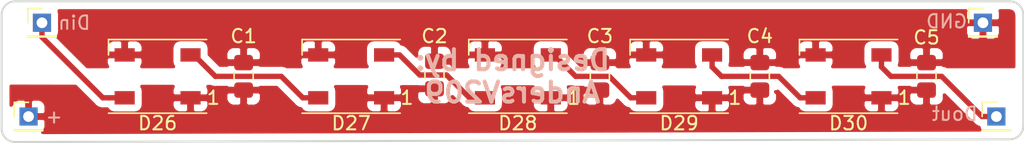
<source format=kicad_pcb>
(kicad_pcb (version 20171130) (host pcbnew "(5.0.0)")

  (general
    (thickness 1.6)
    (drawings 9)
    (tracks 29)
    (zones 0)
    (modules 14)
    (nets 9)
  )

  (page A4)
  (layers
    (0 F.Cu signal)
    (31 B.Cu signal)
    (32 B.Adhes user)
    (33 F.Adhes user)
    (34 B.Paste user)
    (35 F.Paste user)
    (36 B.SilkS user)
    (37 F.SilkS user)
    (38 B.Mask user)
    (39 F.Mask user)
    (40 Dwgs.User user)
    (41 Cmts.User user)
    (42 Eco1.User user)
    (43 Eco2.User user)
    (44 Edge.Cuts user)
    (45 Margin user)
    (46 B.CrtYd user)
    (47 F.CrtYd user)
    (48 B.Fab user hide)
    (49 F.Fab user hide)
  )

  (setup
    (last_trace_width 0.25)
    (user_trace_width 0.2)
    (user_trace_width 0.4)
    (trace_clearance 0.2)
    (zone_clearance 0.508)
    (zone_45_only no)
    (trace_min 0.2)
    (segment_width 0.2)
    (edge_width 0.15)
    (via_size 0.8)
    (via_drill 0.4)
    (via_min_size 0.4)
    (via_min_drill 0.3)
    (uvia_size 0.3)
    (uvia_drill 0.1)
    (uvias_allowed no)
    (uvia_min_size 0.2)
    (uvia_min_drill 0.1)
    (pcb_text_width 0.3)
    (pcb_text_size 1.5 1.5)
    (mod_edge_width 0.15)
    (mod_text_size 1 1)
    (mod_text_width 0.15)
    (pad_size 1.524 1.524)
    (pad_drill 0.762)
    (pad_to_mask_clearance 0.2)
    (aux_axis_origin 112 90)
    (visible_elements 7FFFFFFF)
    (pcbplotparams
      (layerselection 0x010fc_ffffffff)
      (usegerberextensions false)
      (usegerberattributes false)
      (usegerberadvancedattributes false)
      (creategerberjobfile false)
      (excludeedgelayer true)
      (linewidth 0.100000)
      (plotframeref false)
      (viasonmask false)
      (mode 1)
      (useauxorigin true)
      (hpglpennumber 1)
      (hpglpenspeed 20)
      (hpglpendiameter 15.000000)
      (psnegative false)
      (psa4output false)
      (plotreference true)
      (plotvalue true)
      (plotinvisibletext false)
      (padsonsilk false)
      (subtractmaskfromsilk false)
      (outputformat 1)
      (mirror false)
      (drillshape 0)
      (scaleselection 1)
      (outputdirectory "gerber/"))
  )

  (net 0 "")
  (net 1 +BATT)
  (net 2 GND)
  (net 3 "Net-(D26-Pad2)")
  (net 4 "Net-(D26-Pad4)")
  (net 5 "Net-(D27-Pad2)")
  (net 6 "Net-(D28-Pad2)")
  (net 7 "Net-(D29-Pad2)")
  (net 8 "Net-(D30-Pad2)")

  (net_class Default "This is the default net class."
    (clearance 0.2)
    (trace_width 0.25)
    (via_dia 0.8)
    (via_drill 0.4)
    (uvia_dia 0.3)
    (uvia_drill 0.1)
    (add_net +BATT)
    (add_net GND)
    (add_net "Net-(D26-Pad2)")
    (add_net "Net-(D26-Pad4)")
    (add_net "Net-(D27-Pad2)")
    (add_net "Net-(D28-Pad2)")
    (add_net "Net-(D29-Pad2)")
    (add_net "Net-(D30-Pad2)")
  )

  (module Capacitor_SMD:C_0805_2012Metric_Pad1.15x1.40mm_HandSolder (layer F.Cu) (tedit 5B36C52B) (tstamp 5B93ADF8)
    (at 130 85 90)
    (descr "Capacitor SMD 0805 (2012 Metric), square (rectangular) end terminal, IPC_7351 nominal with elongated pad for handsoldering. (Body size source: https://docs.google.com/spreadsheets/d/1BsfQQcO9C6DZCsRaXUlFlo91Tg2WpOkGARC1WS5S8t0/edit?usp=sharing), generated with kicad-footprint-generator")
    (tags "capacitor handsolder")
    (path /5B93ABCA)
    (attr smd)
    (fp_text reference C1 (at 3 0 180) (layer F.SilkS)
      (effects (font (size 1 1) (thickness 0.15)))
    )
    (fp_text value C (at 0 1.65 90) (layer F.Fab)
      (effects (font (size 1 1) (thickness 0.15)))
    )
    (fp_line (start -1 0.6) (end -1 -0.6) (layer F.Fab) (width 0.1))
    (fp_line (start -1 -0.6) (end 1 -0.6) (layer F.Fab) (width 0.1))
    (fp_line (start 1 -0.6) (end 1 0.6) (layer F.Fab) (width 0.1))
    (fp_line (start 1 0.6) (end -1 0.6) (layer F.Fab) (width 0.1))
    (fp_line (start -0.261252 -0.71) (end 0.261252 -0.71) (layer F.SilkS) (width 0.12))
    (fp_line (start -0.261252 0.71) (end 0.261252 0.71) (layer F.SilkS) (width 0.12))
    (fp_line (start -1.85 0.95) (end -1.85 -0.95) (layer F.CrtYd) (width 0.05))
    (fp_line (start -1.85 -0.95) (end 1.85 -0.95) (layer F.CrtYd) (width 0.05))
    (fp_line (start 1.85 -0.95) (end 1.85 0.95) (layer F.CrtYd) (width 0.05))
    (fp_line (start 1.85 0.95) (end -1.85 0.95) (layer F.CrtYd) (width 0.05))
    (fp_text user %R (at 0 0 90) (layer F.Fab)
      (effects (font (size 0.5 0.5) (thickness 0.08)))
    )
    (pad 1 smd roundrect (at -1.025 0 90) (size 1.15 1.4) (layers F.Cu F.Paste F.Mask) (roundrect_rratio 0.217391)
      (net 1 +BATT))
    (pad 2 smd roundrect (at 1.025 0 90) (size 1.15 1.4) (layers F.Cu F.Paste F.Mask) (roundrect_rratio 0.217391)
      (net 2 GND))
    (model ${KISYS3DMOD}/Capacitor_SMD.3dshapes/C_0805_2012Metric.wrl
      (at (xyz 0 0 0))
      (scale (xyz 1 1 1))
      (rotate (xyz 0 0 0))
    )
  )

  (module Capacitor_SMD:C_0805_2012Metric_Pad1.15x1.40mm_HandSolder (layer F.Cu) (tedit 5B36C52B) (tstamp 5B93B74A)
    (at 144.2 84.9 90)
    (descr "Capacitor SMD 0805 (2012 Metric), square (rectangular) end terminal, IPC_7351 nominal with elongated pad for handsoldering. (Body size source: https://docs.google.com/spreadsheets/d/1BsfQQcO9C6DZCsRaXUlFlo91Tg2WpOkGARC1WS5S8t0/edit?usp=sharing), generated with kicad-footprint-generator")
    (tags "capacitor handsolder")
    (path /5B93AC0A)
    (attr smd)
    (fp_text reference C2 (at 2.9 0 180) (layer F.SilkS)
      (effects (font (size 1 1) (thickness 0.15)))
    )
    (fp_text value C (at 0 1.65 90) (layer F.Fab)
      (effects (font (size 1 1) (thickness 0.15)))
    )
    (fp_text user %R (at 0 0 90) (layer F.Fab)
      (effects (font (size 0.5 0.5) (thickness 0.08)))
    )
    (fp_line (start 1.85 0.95) (end -1.85 0.95) (layer F.CrtYd) (width 0.05))
    (fp_line (start 1.85 -0.95) (end 1.85 0.95) (layer F.CrtYd) (width 0.05))
    (fp_line (start -1.85 -0.95) (end 1.85 -0.95) (layer F.CrtYd) (width 0.05))
    (fp_line (start -1.85 0.95) (end -1.85 -0.95) (layer F.CrtYd) (width 0.05))
    (fp_line (start -0.261252 0.71) (end 0.261252 0.71) (layer F.SilkS) (width 0.12))
    (fp_line (start -0.261252 -0.71) (end 0.261252 -0.71) (layer F.SilkS) (width 0.12))
    (fp_line (start 1 0.6) (end -1 0.6) (layer F.Fab) (width 0.1))
    (fp_line (start 1 -0.6) (end 1 0.6) (layer F.Fab) (width 0.1))
    (fp_line (start -1 -0.6) (end 1 -0.6) (layer F.Fab) (width 0.1))
    (fp_line (start -1 0.6) (end -1 -0.6) (layer F.Fab) (width 0.1))
    (pad 2 smd roundrect (at 1.025 0 90) (size 1.15 1.4) (layers F.Cu F.Paste F.Mask) (roundrect_rratio 0.217391)
      (net 2 GND))
    (pad 1 smd roundrect (at -1.025 0 90) (size 1.15 1.4) (layers F.Cu F.Paste F.Mask) (roundrect_rratio 0.217391)
      (net 1 +BATT))
    (model ${KISYS3DMOD}/Capacitor_SMD.3dshapes/C_0805_2012Metric.wrl
      (at (xyz 0 0 0))
      (scale (xyz 1 1 1))
      (rotate (xyz 0 0 0))
    )
  )

  (module Capacitor_SMD:C_0805_2012Metric_Pad1.15x1.40mm_HandSolder (layer F.Cu) (tedit 5B36C52B) (tstamp 5B93AEF3)
    (at 156.5 85 90)
    (descr "Capacitor SMD 0805 (2012 Metric), square (rectangular) end terminal, IPC_7351 nominal with elongated pad for handsoldering. (Body size source: https://docs.google.com/spreadsheets/d/1BsfQQcO9C6DZCsRaXUlFlo91Tg2WpOkGARC1WS5S8t0/edit?usp=sharing), generated with kicad-footprint-generator")
    (tags "capacitor handsolder")
    (path /5B93AC44)
    (attr smd)
    (fp_text reference C3 (at 3 0 180) (layer F.SilkS)
      (effects (font (size 1 1) (thickness 0.15)))
    )
    (fp_text value C (at 0 1.65 90) (layer F.Fab)
      (effects (font (size 1 1) (thickness 0.15)))
    )
    (fp_line (start -1 0.6) (end -1 -0.6) (layer F.Fab) (width 0.1))
    (fp_line (start -1 -0.6) (end 1 -0.6) (layer F.Fab) (width 0.1))
    (fp_line (start 1 -0.6) (end 1 0.6) (layer F.Fab) (width 0.1))
    (fp_line (start 1 0.6) (end -1 0.6) (layer F.Fab) (width 0.1))
    (fp_line (start -0.261252 -0.71) (end 0.261252 -0.71) (layer F.SilkS) (width 0.12))
    (fp_line (start -0.261252 0.71) (end 0.261252 0.71) (layer F.SilkS) (width 0.12))
    (fp_line (start -1.85 0.95) (end -1.85 -0.95) (layer F.CrtYd) (width 0.05))
    (fp_line (start -1.85 -0.95) (end 1.85 -0.95) (layer F.CrtYd) (width 0.05))
    (fp_line (start 1.85 -0.95) (end 1.85 0.95) (layer F.CrtYd) (width 0.05))
    (fp_line (start 1.85 0.95) (end -1.85 0.95) (layer F.CrtYd) (width 0.05))
    (fp_text user %R (at 0 0 90) (layer F.Fab)
      (effects (font (size 0.5 0.5) (thickness 0.08)))
    )
    (pad 1 smd roundrect (at -1.025 0 90) (size 1.15 1.4) (layers F.Cu F.Paste F.Mask) (roundrect_rratio 0.217391)
      (net 1 +BATT))
    (pad 2 smd roundrect (at 1.025 0 90) (size 1.15 1.4) (layers F.Cu F.Paste F.Mask) (roundrect_rratio 0.217391)
      (net 2 GND))
    (model ${KISYS3DMOD}/Capacitor_SMD.3dshapes/C_0805_2012Metric.wrl
      (at (xyz 0 0 0))
      (scale (xyz 1 1 1))
      (rotate (xyz 0 0 0))
    )
  )

  (module Capacitor_SMD:C_0805_2012Metric_Pad1.15x1.40mm_HandSolder (layer F.Cu) (tedit 5B36C52B) (tstamp 5B93AE2B)
    (at 168.4 85 90)
    (descr "Capacitor SMD 0805 (2012 Metric), square (rectangular) end terminal, IPC_7351 nominal with elongated pad for handsoldering. (Body size source: https://docs.google.com/spreadsheets/d/1BsfQQcO9C6DZCsRaXUlFlo91Tg2WpOkGARC1WS5S8t0/edit?usp=sharing), generated with kicad-footprint-generator")
    (tags "capacitor handsolder")
    (path /5B93AC98)
    (attr smd)
    (fp_text reference C4 (at 3 0 180) (layer F.SilkS)
      (effects (font (size 1 1) (thickness 0.15)))
    )
    (fp_text value C (at 0 1.65 90) (layer F.Fab)
      (effects (font (size 1 1) (thickness 0.15)))
    )
    (fp_text user %R (at 0 0 90) (layer F.Fab)
      (effects (font (size 0.5 0.5) (thickness 0.08)))
    )
    (fp_line (start 1.85 0.95) (end -1.85 0.95) (layer F.CrtYd) (width 0.05))
    (fp_line (start 1.85 -0.95) (end 1.85 0.95) (layer F.CrtYd) (width 0.05))
    (fp_line (start -1.85 -0.95) (end 1.85 -0.95) (layer F.CrtYd) (width 0.05))
    (fp_line (start -1.85 0.95) (end -1.85 -0.95) (layer F.CrtYd) (width 0.05))
    (fp_line (start -0.261252 0.71) (end 0.261252 0.71) (layer F.SilkS) (width 0.12))
    (fp_line (start -0.261252 -0.71) (end 0.261252 -0.71) (layer F.SilkS) (width 0.12))
    (fp_line (start 1 0.6) (end -1 0.6) (layer F.Fab) (width 0.1))
    (fp_line (start 1 -0.6) (end 1 0.6) (layer F.Fab) (width 0.1))
    (fp_line (start -1 -0.6) (end 1 -0.6) (layer F.Fab) (width 0.1))
    (fp_line (start -1 0.6) (end -1 -0.6) (layer F.Fab) (width 0.1))
    (pad 2 smd roundrect (at 1.025 0 90) (size 1.15 1.4) (layers F.Cu F.Paste F.Mask) (roundrect_rratio 0.217391)
      (net 2 GND))
    (pad 1 smd roundrect (at -1.025 0 90) (size 1.15 1.4) (layers F.Cu F.Paste F.Mask) (roundrect_rratio 0.217391)
      (net 1 +BATT))
    (model ${KISYS3DMOD}/Capacitor_SMD.3dshapes/C_0805_2012Metric.wrl
      (at (xyz 0 0 0))
      (scale (xyz 1 1 1))
      (rotate (xyz 0 0 0))
    )
  )

  (module Capacitor_SMD:C_0805_2012Metric_Pad1.15x1.40mm_HandSolder (layer F.Cu) (tedit 5B36C52B) (tstamp 5B93AE3C)
    (at 180.8 85 90)
    (descr "Capacitor SMD 0805 (2012 Metric), square (rectangular) end terminal, IPC_7351 nominal with elongated pad for handsoldering. (Body size source: https://docs.google.com/spreadsheets/d/1BsfQQcO9C6DZCsRaXUlFlo91Tg2WpOkGARC1WS5S8t0/edit?usp=sharing), generated with kicad-footprint-generator")
    (tags "capacitor handsolder")
    (path /5B93ACDE)
    (attr smd)
    (fp_text reference C5 (at 2.9 0 180) (layer F.SilkS)
      (effects (font (size 1 1) (thickness 0.15)))
    )
    (fp_text value C (at 0 1.65 90) (layer F.Fab)
      (effects (font (size 1 1) (thickness 0.15)))
    )
    (fp_line (start -1 0.6) (end -1 -0.6) (layer F.Fab) (width 0.1))
    (fp_line (start -1 -0.6) (end 1 -0.6) (layer F.Fab) (width 0.1))
    (fp_line (start 1 -0.6) (end 1 0.6) (layer F.Fab) (width 0.1))
    (fp_line (start 1 0.6) (end -1 0.6) (layer F.Fab) (width 0.1))
    (fp_line (start -0.261252 -0.71) (end 0.261252 -0.71) (layer F.SilkS) (width 0.12))
    (fp_line (start -0.261252 0.71) (end 0.261252 0.71) (layer F.SilkS) (width 0.12))
    (fp_line (start -1.85 0.95) (end -1.85 -0.95) (layer F.CrtYd) (width 0.05))
    (fp_line (start -1.85 -0.95) (end 1.85 -0.95) (layer F.CrtYd) (width 0.05))
    (fp_line (start 1.85 -0.95) (end 1.85 0.95) (layer F.CrtYd) (width 0.05))
    (fp_line (start 1.85 0.95) (end -1.85 0.95) (layer F.CrtYd) (width 0.05))
    (fp_text user %R (at 0 0 90) (layer F.Fab)
      (effects (font (size 0.5 0.5) (thickness 0.08)))
    )
    (pad 1 smd roundrect (at -1.025 0 90) (size 1.15 1.4) (layers F.Cu F.Paste F.Mask) (roundrect_rratio 0.217391)
      (net 1 +BATT))
    (pad 2 smd roundrect (at 1.025 0 90) (size 1.15 1.4) (layers F.Cu F.Paste F.Mask) (roundrect_rratio 0.217391)
      (net 2 GND))
    (model ${KISYS3DMOD}/Capacitor_SMD.3dshapes/C_0805_2012Metric.wrl
      (at (xyz 0 0 0))
      (scale (xyz 1 1 1))
      (rotate (xyz 0 0 0))
    )
  )

  (module LED_SMD:LED_WS2812B_PLCC4_5.0x5.0mm_P3.2mm (layer F.Cu) (tedit 5B917D69) (tstamp 5B93AE53)
    (at 123.6 85 180)
    (descr https://cdn-shop.adafruit.com/datasheets/WS2812B.pdf)
    (tags "LED RGB NeoPixel")
    (path /5B93A8EC)
    (attr smd)
    (fp_text reference D26 (at 0 -3.5 180) (layer F.SilkS)
      (effects (font (size 1 1) (thickness 0.15)))
    )
    (fp_text value WS2812B (at 0 4 180) (layer F.Fab)
      (effects (font (size 1 1) (thickness 0.15)))
    )
    (fp_circle (center 0 0) (end 0 -2) (layer F.Fab) (width 0.1))
    (fp_line (start 3.65 2.75) (end 3.65 1.6) (layer F.SilkS) (width 0.12))
    (fp_line (start -3.65 2.750001) (end 3.65 2.75) (layer F.SilkS) (width 0.12))
    (fp_line (start -3.65 -2.75) (end 3.65 -2.750001) (layer F.SilkS) (width 0.12))
    (fp_line (start 2.5 -2.5) (end -2.5 -2.5) (layer F.Fab) (width 0.1))
    (fp_line (start 2.5 2.5) (end 2.5 -2.5) (layer F.Fab) (width 0.1))
    (fp_line (start -2.5 2.5) (end 2.5 2.5) (layer F.Fab) (width 0.1))
    (fp_line (start -2.5 -2.5) (end -2.5 2.5) (layer F.Fab) (width 0.1))
    (fp_line (start 2.5 1.5) (end 1.5 2.5) (layer F.Fab) (width 0.1))
    (fp_line (start -3.45 -2.75) (end -3.45 2.75) (layer F.CrtYd) (width 0.05))
    (fp_line (start -3.45 2.75) (end 3.45 2.75) (layer F.CrtYd) (width 0.05))
    (fp_line (start 3.45 2.75) (end 3.45 -2.75) (layer F.CrtYd) (width 0.05))
    (fp_line (start 3.45 -2.75) (end -3.45 -2.75) (layer F.CrtYd) (width 0.05))
    (fp_text user %R (at 0 0) (layer F.Fab)
      (effects (font (size 0.8 0.8) (thickness 0.15)))
    )
    (fp_text user 1 (at -4.15 -1.6 180) (layer F.SilkS)
      (effects (font (size 1 1) (thickness 0.15)))
    )
    (pad 1 smd rect (at -2.45 -1.6 180) (size 1.5 1) (layers F.Cu F.Paste F.Mask)
      (net 1 +BATT))
    (pad 2 smd rect (at -2.45 1.6 180) (size 1.5 1) (layers F.Cu F.Paste F.Mask)
      (net 3 "Net-(D26-Pad2)"))
    (pad 4 smd rect (at 2.45 -1.6 180) (size 1.5 1) (layers F.Cu F.Paste F.Mask)
      (net 4 "Net-(D26-Pad4)"))
    (pad 3 smd rect (at 2.45 1.6 180) (size 1.5 1) (layers F.Cu F.Paste F.Mask)
      (net 2 GND))
    (model ${KISYS3DMOD}/LED_SMD.3dshapes/LED_WS2812B_PLCC4_5.0x5.0mm_P3.2mm.wrl
      (at (xyz 0 0 0))
      (scale (xyz 1 1 1))
      (rotate (xyz 0 0 0))
    )
    (model ${MODEL_3D}/ws2812b-rgb-led-adafruit-neopixel-1.snapshot.9/WS2812_RGB_LED_updated.stp
      (at (xyz 0 0 0))
      (scale (xyz 1 1 1))
      (rotate (xyz 0 0 90))
    )
  )

  (module LED_SMD:LED_WS2812B_PLCC4_5.0x5.0mm_P3.2mm (layer F.Cu) (tedit 5B917D69) (tstamp 5B93AE6A)
    (at 138 85 180)
    (descr https://cdn-shop.adafruit.com/datasheets/WS2812B.pdf)
    (tags "LED RGB NeoPixel")
    (path /5B93A95C)
    (attr smd)
    (fp_text reference D27 (at 0 -3.5 180) (layer F.SilkS)
      (effects (font (size 1 1) (thickness 0.15)))
    )
    (fp_text value WS2812B (at 0 4 180) (layer F.Fab)
      (effects (font (size 1 1) (thickness 0.15)))
    )
    (fp_text user 1 (at -4.15 -1.6 180) (layer F.SilkS)
      (effects (font (size 1 1) (thickness 0.15)))
    )
    (fp_text user %R (at 0 0 180) (layer F.Fab)
      (effects (font (size 0.8 0.8) (thickness 0.15)))
    )
    (fp_line (start 3.45 -2.75) (end -3.45 -2.75) (layer F.CrtYd) (width 0.05))
    (fp_line (start 3.45 2.75) (end 3.45 -2.75) (layer F.CrtYd) (width 0.05))
    (fp_line (start -3.45 2.75) (end 3.45 2.75) (layer F.CrtYd) (width 0.05))
    (fp_line (start -3.45 -2.75) (end -3.45 2.75) (layer F.CrtYd) (width 0.05))
    (fp_line (start 2.5 1.5) (end 1.5 2.5) (layer F.Fab) (width 0.1))
    (fp_line (start -2.5 -2.5) (end -2.5 2.5) (layer F.Fab) (width 0.1))
    (fp_line (start -2.5 2.5) (end 2.5 2.5) (layer F.Fab) (width 0.1))
    (fp_line (start 2.5 2.5) (end 2.5 -2.5) (layer F.Fab) (width 0.1))
    (fp_line (start 2.5 -2.5) (end -2.5 -2.5) (layer F.Fab) (width 0.1))
    (fp_line (start -3.65 -2.75) (end 3.65 -2.750001) (layer F.SilkS) (width 0.12))
    (fp_line (start -3.65 2.750001) (end 3.65 2.75) (layer F.SilkS) (width 0.12))
    (fp_line (start 3.65 2.75) (end 3.65 1.6) (layer F.SilkS) (width 0.12))
    (fp_circle (center 0 0) (end 0 -2) (layer F.Fab) (width 0.1))
    (pad 3 smd rect (at 2.45 1.6 180) (size 1.5 1) (layers F.Cu F.Paste F.Mask)
      (net 2 GND))
    (pad 4 smd rect (at 2.45 -1.6 180) (size 1.5 1) (layers F.Cu F.Paste F.Mask)
      (net 3 "Net-(D26-Pad2)"))
    (pad 2 smd rect (at -2.45 1.6 180) (size 1.5 1) (layers F.Cu F.Paste F.Mask)
      (net 5 "Net-(D27-Pad2)"))
    (pad 1 smd rect (at -2.45 -1.6 180) (size 1.5 1) (layers F.Cu F.Paste F.Mask)
      (net 1 +BATT))
    (model ${KISYS3DMOD}/LED_SMD.3dshapes/LED_WS2812B_PLCC4_5.0x5.0mm_P3.2mm.wrl
      (at (xyz 0 0 0))
      (scale (xyz 1 1 1))
      (rotate (xyz 0 0 0))
    )
    (model ${MODEL_3D}/ws2812b-rgb-led-adafruit-neopixel-1.snapshot.9/WS2812_RGB_LED_updated.stp
      (at (xyz 0 0 0))
      (scale (xyz 1 1 1))
      (rotate (xyz 0 0 90))
    )
  )

  (module LED_SMD:LED_WS2812B_PLCC4_5.0x5.0mm_P3.2mm (layer F.Cu) (tedit 5B917D69) (tstamp 5B93AE81)
    (at 150.4 85 180)
    (descr https://cdn-shop.adafruit.com/datasheets/WS2812B.pdf)
    (tags "LED RGB NeoPixel")
    (path /5B93A99E)
    (attr smd)
    (fp_text reference D28 (at 0 -3.5 180) (layer F.SilkS)
      (effects (font (size 1 1) (thickness 0.15)))
    )
    (fp_text value WS2812B (at 0 4 180) (layer F.Fab)
      (effects (font (size 1 1) (thickness 0.15)))
    )
    (fp_circle (center 0 0) (end 0 -2) (layer F.Fab) (width 0.1))
    (fp_line (start 3.65 2.75) (end 3.65 1.6) (layer F.SilkS) (width 0.12))
    (fp_line (start -3.65 2.750001) (end 3.65 2.75) (layer F.SilkS) (width 0.12))
    (fp_line (start -3.65 -2.75) (end 3.65 -2.750001) (layer F.SilkS) (width 0.12))
    (fp_line (start 2.5 -2.5) (end -2.5 -2.5) (layer F.Fab) (width 0.1))
    (fp_line (start 2.5 2.5) (end 2.5 -2.5) (layer F.Fab) (width 0.1))
    (fp_line (start -2.5 2.5) (end 2.5 2.5) (layer F.Fab) (width 0.1))
    (fp_line (start -2.5 -2.5) (end -2.5 2.5) (layer F.Fab) (width 0.1))
    (fp_line (start 2.5 1.5) (end 1.5 2.5) (layer F.Fab) (width 0.1))
    (fp_line (start -3.45 -2.75) (end -3.45 2.75) (layer F.CrtYd) (width 0.05))
    (fp_line (start -3.45 2.75) (end 3.45 2.75) (layer F.CrtYd) (width 0.05))
    (fp_line (start 3.45 2.75) (end 3.45 -2.75) (layer F.CrtYd) (width 0.05))
    (fp_line (start 3.45 -2.75) (end -3.45 -2.75) (layer F.CrtYd) (width 0.05))
    (fp_text user %R (at 0 0 180) (layer F.Fab)
      (effects (font (size 0.8 0.8) (thickness 0.15)))
    )
    (fp_text user 1 (at -4.15 -1.6 180) (layer F.SilkS)
      (effects (font (size 1 1) (thickness 0.15)))
    )
    (pad 1 smd rect (at -2.45 -1.6 180) (size 1.5 1) (layers F.Cu F.Paste F.Mask)
      (net 1 +BATT))
    (pad 2 smd rect (at -2.45 1.6 180) (size 1.5 1) (layers F.Cu F.Paste F.Mask)
      (net 6 "Net-(D28-Pad2)"))
    (pad 4 smd rect (at 2.45 -1.6 180) (size 1.5 1) (layers F.Cu F.Paste F.Mask)
      (net 5 "Net-(D27-Pad2)"))
    (pad 3 smd rect (at 2.45 1.6 180) (size 1.5 1) (layers F.Cu F.Paste F.Mask)
      (net 2 GND))
    (model ${KISYS3DMOD}/LED_SMD.3dshapes/LED_WS2812B_PLCC4_5.0x5.0mm_P3.2mm.wrl
      (at (xyz 0 0 0))
      (scale (xyz 1 1 1))
      (rotate (xyz 0 0 0))
    )
    (model ${MODEL_3D}/ws2812b-rgb-led-adafruit-neopixel-1.snapshot.9/WS2812_RGB_LED_updated.stp
      (at (xyz 0 0 0))
      (scale (xyz 1 1 1))
      (rotate (xyz 0 0 90))
    )
  )

  (module LED_SMD:LED_WS2812B_PLCC4_5.0x5.0mm_P3.2mm (layer F.Cu) (tedit 5B917D69) (tstamp 5B93AE98)
    (at 162.4 85 180)
    (descr https://cdn-shop.adafruit.com/datasheets/WS2812B.pdf)
    (tags "LED RGB NeoPixel")
    (path /5B93A9C6)
    (attr smd)
    (fp_text reference D29 (at 0 -3.5 180) (layer F.SilkS)
      (effects (font (size 1 1) (thickness 0.15)))
    )
    (fp_text value WS2812B (at 0 4 180) (layer F.Fab)
      (effects (font (size 1 1) (thickness 0.15)))
    )
    (fp_text user 1 (at -4.15 -1.6 180) (layer F.SilkS)
      (effects (font (size 1 1) (thickness 0.15)))
    )
    (fp_text user %R (at 0 0 180) (layer F.Fab)
      (effects (font (size 0.8 0.8) (thickness 0.15)))
    )
    (fp_line (start 3.45 -2.75) (end -3.45 -2.75) (layer F.CrtYd) (width 0.05))
    (fp_line (start 3.45 2.75) (end 3.45 -2.75) (layer F.CrtYd) (width 0.05))
    (fp_line (start -3.45 2.75) (end 3.45 2.75) (layer F.CrtYd) (width 0.05))
    (fp_line (start -3.45 -2.75) (end -3.45 2.75) (layer F.CrtYd) (width 0.05))
    (fp_line (start 2.5 1.5) (end 1.5 2.5) (layer F.Fab) (width 0.1))
    (fp_line (start -2.5 -2.5) (end -2.5 2.5) (layer F.Fab) (width 0.1))
    (fp_line (start -2.5 2.5) (end 2.5 2.5) (layer F.Fab) (width 0.1))
    (fp_line (start 2.5 2.5) (end 2.5 -2.5) (layer F.Fab) (width 0.1))
    (fp_line (start 2.5 -2.5) (end -2.5 -2.5) (layer F.Fab) (width 0.1))
    (fp_line (start -3.65 -2.75) (end 3.65 -2.750001) (layer F.SilkS) (width 0.12))
    (fp_line (start -3.65 2.750001) (end 3.65 2.75) (layer F.SilkS) (width 0.12))
    (fp_line (start 3.65 2.75) (end 3.65 1.6) (layer F.SilkS) (width 0.12))
    (fp_circle (center 0 0) (end 0 -2) (layer F.Fab) (width 0.1))
    (pad 3 smd rect (at 2.45 1.6 180) (size 1.5 1) (layers F.Cu F.Paste F.Mask)
      (net 2 GND))
    (pad 4 smd rect (at 2.45 -1.6 180) (size 1.5 1) (layers F.Cu F.Paste F.Mask)
      (net 6 "Net-(D28-Pad2)"))
    (pad 2 smd rect (at -2.45 1.6 180) (size 1.5 1) (layers F.Cu F.Paste F.Mask)
      (net 7 "Net-(D29-Pad2)"))
    (pad 1 smd rect (at -2.45 -1.6 180) (size 1.5 1) (layers F.Cu F.Paste F.Mask)
      (net 1 +BATT))
    (model ${KISYS3DMOD}/LED_SMD.3dshapes/LED_WS2812B_PLCC4_5.0x5.0mm_P3.2mm.wrl
      (at (xyz 0 0 0))
      (scale (xyz 1 1 1))
      (rotate (xyz 0 0 0))
    )
    (model ${MODEL_3D}/ws2812b-rgb-led-adafruit-neopixel-1.snapshot.9/WS2812_RGB_LED_updated.stp
      (at (xyz 0 0 0))
      (scale (xyz 1 1 1))
      (rotate (xyz 0 0 90))
    )
  )

  (module LED_SMD:LED_WS2812B_PLCC4_5.0x5.0mm_P3.2mm (layer F.Cu) (tedit 5B917D69) (tstamp 5B93AEAF)
    (at 175 85 180)
    (descr https://cdn-shop.adafruit.com/datasheets/WS2812B.pdf)
    (tags "LED RGB NeoPixel")
    (path /5B93A9F6)
    (attr smd)
    (fp_text reference D30 (at 0 -3.5 180) (layer F.SilkS)
      (effects (font (size 1 1) (thickness 0.15)))
    )
    (fp_text value WS2812B (at 0 4 180) (layer F.Fab)
      (effects (font (size 1 1) (thickness 0.15)))
    )
    (fp_circle (center 0 0) (end 0 -2) (layer F.Fab) (width 0.1))
    (fp_line (start 3.65 2.75) (end 3.65 1.6) (layer F.SilkS) (width 0.12))
    (fp_line (start -3.65 2.750001) (end 3.65 2.75) (layer F.SilkS) (width 0.12))
    (fp_line (start -3.65 -2.75) (end 3.65 -2.750001) (layer F.SilkS) (width 0.12))
    (fp_line (start 2.5 -2.5) (end -2.5 -2.5) (layer F.Fab) (width 0.1))
    (fp_line (start 2.5 2.5) (end 2.5 -2.5) (layer F.Fab) (width 0.1))
    (fp_line (start -2.5 2.5) (end 2.5 2.5) (layer F.Fab) (width 0.1))
    (fp_line (start -2.5 -2.5) (end -2.5 2.5) (layer F.Fab) (width 0.1))
    (fp_line (start 2.5 1.5) (end 1.5 2.5) (layer F.Fab) (width 0.1))
    (fp_line (start -3.45 -2.75) (end -3.45 2.75) (layer F.CrtYd) (width 0.05))
    (fp_line (start -3.45 2.75) (end 3.45 2.75) (layer F.CrtYd) (width 0.05))
    (fp_line (start 3.45 2.75) (end 3.45 -2.75) (layer F.CrtYd) (width 0.05))
    (fp_line (start 3.45 -2.75) (end -3.45 -2.75) (layer F.CrtYd) (width 0.05))
    (fp_text user %R (at 0 0 180) (layer F.Fab)
      (effects (font (size 0.8 0.8) (thickness 0.15)))
    )
    (fp_text user 1 (at -4.15 -1.6 180) (layer F.SilkS)
      (effects (font (size 1 1) (thickness 0.15)))
    )
    (pad 1 smd rect (at -2.45 -1.6 180) (size 1.5 1) (layers F.Cu F.Paste F.Mask)
      (net 1 +BATT))
    (pad 2 smd rect (at -2.45 1.6 180) (size 1.5 1) (layers F.Cu F.Paste F.Mask)
      (net 8 "Net-(D30-Pad2)"))
    (pad 4 smd rect (at 2.45 -1.6 180) (size 1.5 1) (layers F.Cu F.Paste F.Mask)
      (net 7 "Net-(D29-Pad2)"))
    (pad 3 smd rect (at 2.45 1.6 180) (size 1.5 1) (layers F.Cu F.Paste F.Mask)
      (net 2 GND))
    (model ${KISYS3DMOD}/LED_SMD.3dshapes/LED_WS2812B_PLCC4_5.0x5.0mm_P3.2mm.wrl
      (at (xyz 0 0 0))
      (scale (xyz 1 1 1))
      (rotate (xyz 0 0 0))
    )
    (model ${MODEL_3D}/ws2812b-rgb-led-adafruit-neopixel-1.snapshot.9/WS2812_RGB_LED_updated.stp
      (at (xyz 0 0 0))
      (scale (xyz 1 1 1))
      (rotate (xyz 0 0 90))
    )
  )

  (module Connector_PinHeader_2.00mm:PinHeader_1x01_P2.00mm_Vertical (layer F.Cu) (tedit 5B977976) (tstamp 5BA3E8B3)
    (at 114 88)
    (descr "Through hole straight pin header, 1x01, 2.00mm pitch, single row")
    (tags "Through hole pin header THT 1x01 2.00mm single row")
    (path /5B93A774)
    (fp_text reference J1 (at 0 -2.06) (layer F.Fab)
      (effects (font (size 1 1) (thickness 0.15)))
    )
    (fp_text value + (at 1.9 0) (layer B.SilkS)
      (effects (font (size 1 1) (thickness 0.15)) (justify mirror))
    )
    (fp_line (start -0.5 -1) (end 1 -1) (layer F.Fab) (width 0.1))
    (fp_line (start 1 -1) (end 1 1) (layer F.Fab) (width 0.1))
    (fp_line (start 1 1) (end -1 1) (layer F.Fab) (width 0.1))
    (fp_line (start -1 1) (end -1 -0.5) (layer F.Fab) (width 0.1))
    (fp_line (start -1 -0.5) (end -0.5 -1) (layer F.Fab) (width 0.1))
    (fp_line (start -1.06 1.06) (end 1.06 1.06) (layer F.SilkS) (width 0.12))
    (fp_line (start -1.06 1) (end -1.06 1.06) (layer F.SilkS) (width 0.12))
    (fp_line (start 1.06 1) (end 1.06 1.06) (layer F.SilkS) (width 0.12))
    (fp_line (start -1.06 1) (end 1.06 1) (layer F.SilkS) (width 0.12))
    (fp_line (start -1.06 0) (end -1.06 -1.06) (layer F.SilkS) (width 0.12))
    (fp_line (start -1.06 -1.06) (end 0 -1.06) (layer F.SilkS) (width 0.12))
    (fp_line (start -1.5 -1.5) (end -1.5 1.5) (layer F.CrtYd) (width 0.05))
    (fp_line (start -1.5 1.5) (end 1.5 1.5) (layer F.CrtYd) (width 0.05))
    (fp_line (start 1.5 1.5) (end 1.5 -1.5) (layer F.CrtYd) (width 0.05))
    (fp_line (start 1.5 -1.5) (end -1.5 -1.5) (layer F.CrtYd) (width 0.05))
    (fp_text user %R (at 0 0 90) (layer F.Fab)
      (effects (font (size 1 1) (thickness 0.15)))
    )
    (pad 1 thru_hole rect (at 0 0) (size 1.35 1.35) (drill 0.8) (layers *.Cu *.Mask)
      (net 1 +BATT))
    (model ${KISYS3DMOD}/Connector_PinHeader_2.00mm.3dshapes/PinHeader_1x01_P2.00mm_Vertical.wrl
      (at (xyz 0 0 0))
      (scale (xyz 1 1 1))
      (rotate (xyz 0 0 0))
    )
  )

  (module Connector_PinHeader_2.00mm:PinHeader_1x01_P2.00mm_Vertical (layer F.Cu) (tedit 5B977991) (tstamp 5BA3E8C7)
    (at 185 81)
    (descr "Through hole straight pin header, 1x01, 2.00mm pitch, single row")
    (tags "Through hole pin header THT 1x01 2.00mm single row")
    (path /5B93A73F)
    (fp_text reference J2 (at 0 -2.06) (layer F.Fab)
      (effects (font (size 1 1) (thickness 0.15)))
    )
    (fp_text value GND (at -2.7 -0.1) (layer B.SilkS)
      (effects (font (size 1 1) (thickness 0.15)) (justify mirror))
    )
    (fp_text user %R (at 0 0 90) (layer F.Fab)
      (effects (font (size 1 1) (thickness 0.15)))
    )
    (fp_line (start 1.5 -1.5) (end -1.5 -1.5) (layer F.CrtYd) (width 0.05))
    (fp_line (start 1.5 1.5) (end 1.5 -1.5) (layer F.CrtYd) (width 0.05))
    (fp_line (start -1.5 1.5) (end 1.5 1.5) (layer F.CrtYd) (width 0.05))
    (fp_line (start -1.5 -1.5) (end -1.5 1.5) (layer F.CrtYd) (width 0.05))
    (fp_line (start -1.06 -1.06) (end 0 -1.06) (layer F.SilkS) (width 0.12))
    (fp_line (start -1.06 0) (end -1.06 -1.06) (layer F.SilkS) (width 0.12))
    (fp_line (start -1.06 1) (end 1.06 1) (layer F.SilkS) (width 0.12))
    (fp_line (start 1.06 1) (end 1.06 1.06) (layer F.SilkS) (width 0.12))
    (fp_line (start -1.06 1) (end -1.06 1.06) (layer F.SilkS) (width 0.12))
    (fp_line (start -1.06 1.06) (end 1.06 1.06) (layer F.SilkS) (width 0.12))
    (fp_line (start -1 -0.5) (end -0.5 -1) (layer F.Fab) (width 0.1))
    (fp_line (start -1 1) (end -1 -0.5) (layer F.Fab) (width 0.1))
    (fp_line (start 1 1) (end -1 1) (layer F.Fab) (width 0.1))
    (fp_line (start 1 -1) (end 1 1) (layer F.Fab) (width 0.1))
    (fp_line (start -0.5 -1) (end 1 -1) (layer F.Fab) (width 0.1))
    (pad 1 thru_hole rect (at 0 0) (size 1.35 1.35) (drill 0.8) (layers *.Cu *.Mask)
      (net 2 GND))
    (model ${KISYS3DMOD}/Connector_PinHeader_2.00mm.3dshapes/PinHeader_1x01_P2.00mm_Vertical.wrl
      (at (xyz 0 0 0))
      (scale (xyz 1 1 1))
      (rotate (xyz 0 0 0))
    )
  )

  (module Connector_PinHeader_2.00mm:PinHeader_1x01_P2.00mm_Vertical (layer F.Cu) (tedit 5B977960) (tstamp 5BA3E8DB)
    (at 115 81)
    (descr "Through hole straight pin header, 1x01, 2.00mm pitch, single row")
    (tags "Through hole pin header THT 1x01 2.00mm single row")
    (path /5B93A6EF)
    (fp_text reference J3 (at 0 -2.06) (layer F.Fab)
      (effects (font (size 1 1) (thickness 0.15)))
    )
    (fp_text value Din (at 2.4 0) (layer B.SilkS)
      (effects (font (size 1 1) (thickness 0.15)) (justify mirror))
    )
    (fp_line (start -0.5 -1) (end 1 -1) (layer F.Fab) (width 0.1))
    (fp_line (start 1 -1) (end 1 1) (layer F.Fab) (width 0.1))
    (fp_line (start 1 1) (end -1 1) (layer F.Fab) (width 0.1))
    (fp_line (start -1 1) (end -1 -0.5) (layer F.Fab) (width 0.1))
    (fp_line (start -1 -0.5) (end -0.5 -1) (layer F.Fab) (width 0.1))
    (fp_line (start -1.06 1.06) (end 1.06 1.06) (layer F.SilkS) (width 0.12))
    (fp_line (start -1.06 1) (end -1.06 1.06) (layer F.SilkS) (width 0.12))
    (fp_line (start 1.06 1) (end 1.06 1.06) (layer F.SilkS) (width 0.12))
    (fp_line (start -1.06 1) (end 1.06 1) (layer F.SilkS) (width 0.12))
    (fp_line (start -1.06 0) (end -1.06 -1.06) (layer F.SilkS) (width 0.12))
    (fp_line (start -1.06 -1.06) (end 0 -1.06) (layer F.SilkS) (width 0.12))
    (fp_line (start -1.5 -1.5) (end -1.5 1.5) (layer F.CrtYd) (width 0.05))
    (fp_line (start -1.5 1.5) (end 1.5 1.5) (layer F.CrtYd) (width 0.05))
    (fp_line (start 1.5 1.5) (end 1.5 -1.5) (layer F.CrtYd) (width 0.05))
    (fp_line (start 1.5 -1.5) (end -1.5 -1.5) (layer F.CrtYd) (width 0.05))
    (fp_text user %R (at 0 0 90) (layer F.Fab)
      (effects (font (size 1 1) (thickness 0.15)))
    )
    (pad 1 thru_hole rect (at 0 0) (size 1.35 1.35) (drill 0.8) (layers *.Cu *.Mask)
      (net 4 "Net-(D26-Pad4)"))
    (model ${KISYS3DMOD}/Connector_PinHeader_2.00mm.3dshapes/PinHeader_1x01_P2.00mm_Vertical.wrl
      (at (xyz 0 0 0))
      (scale (xyz 1 1 1))
      (rotate (xyz 0 0 0))
    )
  )

  (module Connector_PinHeader_2.00mm:PinHeader_1x01_P2.00mm_Vertical (layer F.Cu) (tedit 5B977983) (tstamp 5BA3E8EF)
    (at 186 88)
    (descr "Through hole straight pin header, 1x01, 2.00mm pitch, single row")
    (tags "Through hole pin header THT 1x01 2.00mm single row")
    (path /5B93A7D0)
    (fp_text reference J4 (at 0 -2.06) (layer F.Fab)
      (effects (font (size 1 1) (thickness 0.15)))
    )
    (fp_text value Dout (at -3.1 -0.2) (layer B.SilkS)
      (effects (font (size 1 1) (thickness 0.15)) (justify mirror))
    )
    (fp_text user %R (at 0 0 90) (layer F.Fab)
      (effects (font (size 1 1) (thickness 0.15)))
    )
    (fp_line (start 1.5 -1.5) (end -1.5 -1.5) (layer F.CrtYd) (width 0.05))
    (fp_line (start 1.5 1.5) (end 1.5 -1.5) (layer F.CrtYd) (width 0.05))
    (fp_line (start -1.5 1.5) (end 1.5 1.5) (layer F.CrtYd) (width 0.05))
    (fp_line (start -1.5 -1.5) (end -1.5 1.5) (layer F.CrtYd) (width 0.05))
    (fp_line (start -1.06 -1.06) (end 0 -1.06) (layer F.SilkS) (width 0.12))
    (fp_line (start -1.06 0) (end -1.06 -1.06) (layer F.SilkS) (width 0.12))
    (fp_line (start -1.06 1) (end 1.06 1) (layer F.SilkS) (width 0.12))
    (fp_line (start 1.06 1) (end 1.06 1.06) (layer F.SilkS) (width 0.12))
    (fp_line (start -1.06 1) (end -1.06 1.06) (layer F.SilkS) (width 0.12))
    (fp_line (start -1.06 1.06) (end 1.06 1.06) (layer F.SilkS) (width 0.12))
    (fp_line (start -1 -0.5) (end -0.5 -1) (layer F.Fab) (width 0.1))
    (fp_line (start -1 1) (end -1 -0.5) (layer F.Fab) (width 0.1))
    (fp_line (start 1 1) (end -1 1) (layer F.Fab) (width 0.1))
    (fp_line (start 1 -1) (end 1 1) (layer F.Fab) (width 0.1))
    (fp_line (start -0.5 -1) (end 1 -1) (layer F.Fab) (width 0.1))
    (pad 1 thru_hole rect (at 0 0) (size 1.35 1.35) (drill 0.8) (layers *.Cu *.Mask)
      (net 8 "Net-(D30-Pad2)"))
    (model ${KISYS3DMOD}/Connector_PinHeader_2.00mm.3dshapes/PinHeader_1x01_P2.00mm_Vertical.wrl
      (at (xyz 0 0 0))
      (scale (xyz 1 1 1))
      (rotate (xyz 0 0 0))
    )
  )

  (gr_text "Designed by:\nAndersV209" (at 150 85) (layer B.SilkS)
    (effects (font (size 1.5 1.5) (thickness 0.3)) (justify mirror))
  )
  (gr_arc (start 113 88.9) (end 112 88.9) (angle -90) (layer Edge.Cuts) (width 0.15) (tstamp 5BA3E925))
  (gr_arc (start 113 80.4) (end 113 79.4) (angle -90) (layer Edge.Cuts) (width 0.15))
  (gr_arc (start 187 80.4) (end 188 80.4) (angle -90) (layer Edge.Cuts) (width 0.15))
  (gr_arc (start 187 88.7) (end 187 89.7) (angle -90) (layer Edge.Cuts) (width 0.15))
  (gr_line (start 112 80.4) (end 112 88.9) (layer Edge.Cuts) (width 0.15))
  (gr_line (start 187 79.4) (end 113 79.4) (layer Edge.Cuts) (width 0.15))
  (gr_line (start 188 88.7) (end 188 80.4) (layer Edge.Cuts) (width 0.15))
  (gr_line (start 113 89.9) (end 187 89.7) (layer Edge.Cuts) (width 0.15))

  (segment (start 126.05 83.4) (end 126.3 83.4) (width 0.2) (layer F.Cu) (net 3))
  (segment (start 126.3 83.4) (end 127.9 85) (width 0.4) (layer F.Cu) (net 3))
  (segment (start 134.4 86.6) (end 135.55 86.6) (width 0.4) (layer F.Cu) (net 3))
  (segment (start 132.8 85) (end 134.4 86.6) (width 0.4) (layer F.Cu) (net 3))
  (segment (start 127.9 85) (end 132.8 85) (width 0.4) (layer F.Cu) (net 3))
  (segment (start 120 86.6) (end 121.15 86.6) (width 0.4) (layer F.Cu) (net 4))
  (segment (start 119.525 86.6) (end 120 86.6) (width 0.4) (layer F.Cu) (net 4))
  (segment (start 115 82.075) (end 119.525 86.6) (width 0.4) (layer F.Cu) (net 4))
  (segment (start 115 81) (end 115 82.075) (width 0.4) (layer F.Cu) (net 4))
  (segment (start 141.6 83.4) (end 143.1 84.9) (width 0.4) (layer F.Cu) (net 5))
  (segment (start 140.45 83.4) (end 141.6 83.4) (width 0.4) (layer F.Cu) (net 5))
  (segment (start 146.8 86.6) (end 147.95 86.6) (width 0.4) (layer F.Cu) (net 5))
  (segment (start 145.1 84.9) (end 146.8 86.6) (width 0.4) (layer F.Cu) (net 5))
  (segment (start 143.1 84.9) (end 145.1 84.9) (width 0.4) (layer F.Cu) (net 5))
  (segment (start 153.1 83.4) (end 154.7 85) (width 0.4) (layer F.Cu) (net 6))
  (segment (start 152.85 83.4) (end 153.1 83.4) (width 0.4) (layer F.Cu) (net 6))
  (segment (start 158.8 86.6) (end 159.95 86.6) (width 0.4) (layer F.Cu) (net 6))
  (segment (start 157.2 85) (end 158.8 86.6) (width 0.4) (layer F.Cu) (net 6))
  (segment (start 154.7 85) (end 157.2 85) (width 0.4) (layer F.Cu) (net 6))
  (segment (start 164.85 84.3) (end 165.55 85) (width 0.4) (layer F.Cu) (net 7))
  (segment (start 164.85 83.4) (end 164.85 84.3) (width 0.4) (layer F.Cu) (net 7))
  (segment (start 171.4 86.6) (end 172.55 86.6) (width 0.4) (layer F.Cu) (net 7))
  (segment (start 169.8 85) (end 171.4 86.6) (width 0.4) (layer F.Cu) (net 7))
  (segment (start 165.55 85) (end 169.8 85) (width 0.4) (layer F.Cu) (net 7))
  (segment (start 177.45 84.3) (end 178.15 85) (width 0.4) (layer F.Cu) (net 8))
  (segment (start 177.45 83.4) (end 177.45 84.3) (width 0.4) (layer F.Cu) (net 8))
  (segment (start 184.925 88) (end 186 88) (width 0.4) (layer F.Cu) (net 8))
  (segment (start 181.925 85) (end 184.925 88) (width 0.4) (layer F.Cu) (net 8))
  (segment (start 178.15 85) (end 181.925 85) (width 0.4) (layer F.Cu) (net 8))

  (zone (net 2) (net_name GND) (layer F.Cu) (tstamp 5BB13304) (hatch edge 0.508)
    (connect_pads (clearance 0.508))
    (min_thickness 0.254)
    (fill yes (arc_segments 16) (thermal_gap 0.508) (thermal_bridge_width 0.508))
    (polygon
      (pts
        (xy 187.9 79.4) (xy 187.912304 84.4) (xy 111.912304 84.4) (xy 111.9 79.3)
      )
    )
    (filled_polygon
      (pts
        (xy 183.69 80.19869) (xy 183.69 80.71425) (xy 183.84875 80.873) (xy 184.873 80.873) (xy 184.873 80.853)
        (xy 185.127 80.853) (xy 185.127 80.873) (xy 186.15125 80.873) (xy 186.31 80.71425) (xy 186.31 80.19869)
        (xy 186.273263 80.11) (xy 186.93007 80.11) (xy 187.105655 80.144926) (xy 187.195225 80.204774) (xy 187.255074 80.294345)
        (xy 187.290001 80.469935) (xy 187.290001 84.273) (xy 182.339927 84.273) (xy 182.250801 84.213448) (xy 182.047199 84.172949)
        (xy 181.97625 84.102) (xy 180.927 84.102) (xy 180.927 84.122) (xy 180.673 84.122) (xy 180.673 84.102)
        (xy 179.62375 84.102) (xy 179.56075 84.165) (xy 178.786641 84.165) (xy 178.798157 84.147765) (xy 178.84744 83.9)
        (xy 178.84744 83.273691) (xy 179.465 83.273691) (xy 179.465 83.68925) (xy 179.62375 83.848) (xy 180.673 83.848)
        (xy 180.673 82.92375) (xy 180.927 82.92375) (xy 180.927 83.848) (xy 181.97625 83.848) (xy 182.135 83.68925)
        (xy 182.135 83.273691) (xy 182.038327 83.040302) (xy 181.859699 82.861673) (xy 181.62631 82.765) (xy 181.08575 82.765)
        (xy 180.927 82.92375) (xy 180.673 82.92375) (xy 180.51425 82.765) (xy 179.97369 82.765) (xy 179.740301 82.861673)
        (xy 179.561673 83.040302) (xy 179.465 83.273691) (xy 178.84744 83.273691) (xy 178.84744 82.9) (xy 178.798157 82.652235)
        (xy 178.657809 82.442191) (xy 178.447765 82.301843) (xy 178.2 82.25256) (xy 176.7 82.25256) (xy 176.452235 82.301843)
        (xy 176.242191 82.442191) (xy 176.101843 82.652235) (xy 176.05256 82.9) (xy 176.05256 83.9) (xy 176.101843 84.147765)
        (xy 176.185523 84.273) (xy 173.825026 84.273) (xy 173.838327 84.259699) (xy 173.935 84.02631) (xy 173.935 83.68575)
        (xy 173.77625 83.527) (xy 172.677 83.527) (xy 172.677 83.547) (xy 172.423 83.547) (xy 172.423 83.527)
        (xy 171.32375 83.527) (xy 171.165 83.68575) (xy 171.165 84.02631) (xy 171.261673 84.259699) (xy 171.274974 84.273)
        (xy 170.214927 84.273) (xy 170.125801 84.213448) (xy 169.882237 84.165) (xy 169.882233 84.165) (xy 169.8 84.148643)
        (xy 169.717767 84.165) (xy 169.63925 84.165) (xy 169.57625 84.102) (xy 168.527 84.102) (xy 168.527 84.122)
        (xy 168.273 84.122) (xy 168.273 84.102) (xy 167.22375 84.102) (xy 167.16075 84.165) (xy 166.186641 84.165)
        (xy 166.198157 84.147765) (xy 166.24744 83.9) (xy 166.24744 83.273691) (xy 167.065 83.273691) (xy 167.065 83.68925)
        (xy 167.22375 83.848) (xy 168.273 83.848) (xy 168.273 82.92375) (xy 168.527 82.92375) (xy 168.527 83.848)
        (xy 169.57625 83.848) (xy 169.735 83.68925) (xy 169.735 83.273691) (xy 169.638327 83.040302) (xy 169.459699 82.861673)
        (xy 169.24729 82.77369) (xy 171.165 82.77369) (xy 171.165 83.11425) (xy 171.32375 83.273) (xy 172.423 83.273)
        (xy 172.423 82.42375) (xy 172.677 82.42375) (xy 172.677 83.273) (xy 173.77625 83.273) (xy 173.935 83.11425)
        (xy 173.935 82.77369) (xy 173.838327 82.540301) (xy 173.659698 82.361673) (xy 173.426309 82.265) (xy 172.83575 82.265)
        (xy 172.677 82.42375) (xy 172.423 82.42375) (xy 172.26425 82.265) (xy 171.673691 82.265) (xy 171.440302 82.361673)
        (xy 171.261673 82.540301) (xy 171.165 82.77369) (xy 169.24729 82.77369) (xy 169.22631 82.765) (xy 168.68575 82.765)
        (xy 168.527 82.92375) (xy 168.273 82.92375) (xy 168.11425 82.765) (xy 167.57369 82.765) (xy 167.340301 82.861673)
        (xy 167.161673 83.040302) (xy 167.065 83.273691) (xy 166.24744 83.273691) (xy 166.24744 82.9) (xy 166.198157 82.652235)
        (xy 166.057809 82.442191) (xy 165.847765 82.301843) (xy 165.6 82.25256) (xy 164.1 82.25256) (xy 163.852235 82.301843)
        (xy 163.642191 82.442191) (xy 163.501843 82.652235) (xy 163.45256 82.9) (xy 163.45256 83.9) (xy 163.501843 84.147765)
        (xy 163.585523 84.273) (xy 161.225026 84.273) (xy 161.238327 84.259699) (xy 161.335 84.02631) (xy 161.335 83.68575)
        (xy 161.17625 83.527) (xy 160.077 83.527) (xy 160.077 83.547) (xy 159.823 83.547) (xy 159.823 83.527)
        (xy 158.72375 83.527) (xy 158.565 83.68575) (xy 158.565 84.02631) (xy 158.661673 84.259699) (xy 158.674974 84.273)
        (xy 157.835 84.273) (xy 157.835 84.26075) (xy 157.67625 84.102) (xy 156.627 84.102) (xy 156.627 84.122)
        (xy 156.373 84.122) (xy 156.373 84.102) (xy 155.32375 84.102) (xy 155.26075 84.165) (xy 155.045868 84.165)
        (xy 154.24744 83.366573) (xy 154.24744 83.273691) (xy 155.165 83.273691) (xy 155.165 83.68925) (xy 155.32375 83.848)
        (xy 156.373 83.848) (xy 156.373 82.92375) (xy 156.627 82.92375) (xy 156.627 83.848) (xy 157.67625 83.848)
        (xy 157.835 83.68925) (xy 157.835 83.273691) (xy 157.738327 83.040302) (xy 157.559699 82.861673) (xy 157.34729 82.77369)
        (xy 158.565 82.77369) (xy 158.565 83.11425) (xy 158.72375 83.273) (xy 159.823 83.273) (xy 159.823 82.42375)
        (xy 160.077 82.42375) (xy 160.077 83.273) (xy 161.17625 83.273) (xy 161.335 83.11425) (xy 161.335 82.77369)
        (xy 161.238327 82.540301) (xy 161.059698 82.361673) (xy 160.826309 82.265) (xy 160.23575 82.265) (xy 160.077 82.42375)
        (xy 159.823 82.42375) (xy 159.66425 82.265) (xy 159.073691 82.265) (xy 158.840302 82.361673) (xy 158.661673 82.540301)
        (xy 158.565 82.77369) (xy 157.34729 82.77369) (xy 157.32631 82.765) (xy 156.78575 82.765) (xy 156.627 82.92375)
        (xy 156.373 82.92375) (xy 156.21425 82.765) (xy 155.67369 82.765) (xy 155.440301 82.861673) (xy 155.261673 83.040302)
        (xy 155.165 83.273691) (xy 154.24744 83.273691) (xy 154.24744 82.9) (xy 154.198157 82.652235) (xy 154.057809 82.442191)
        (xy 153.847765 82.301843) (xy 153.6 82.25256) (xy 152.1 82.25256) (xy 151.852235 82.301843) (xy 151.642191 82.442191)
        (xy 151.501843 82.652235) (xy 151.45256 82.9) (xy 151.45256 83.9) (xy 151.501843 84.147765) (xy 151.585523 84.273)
        (xy 149.225026 84.273) (xy 149.238327 84.259699) (xy 149.335 84.02631) (xy 149.335 83.68575) (xy 149.17625 83.527)
        (xy 148.077 83.527) (xy 148.077 83.547) (xy 147.823 83.547) (xy 147.823 83.527) (xy 146.72375 83.527)
        (xy 146.565 83.68575) (xy 146.565 84.02631) (xy 146.661673 84.259699) (xy 146.674974 84.273) (xy 145.664588 84.273)
        (xy 145.535 84.186412) (xy 145.535 84.16075) (xy 145.37625 84.002) (xy 144.327 84.002) (xy 144.327 84.022)
        (xy 144.073 84.022) (xy 144.073 84.002) (xy 144.053 84.002) (xy 144.053 83.748) (xy 144.073 83.748)
        (xy 144.073 82.82375) (xy 144.327 82.82375) (xy 144.327 83.748) (xy 145.37625 83.748) (xy 145.535 83.58925)
        (xy 145.535 83.173691) (xy 145.438327 82.940302) (xy 145.271716 82.77369) (xy 146.565 82.77369) (xy 146.565 83.11425)
        (xy 146.72375 83.273) (xy 147.823 83.273) (xy 147.823 82.42375) (xy 148.077 82.42375) (xy 148.077 83.273)
        (xy 149.17625 83.273) (xy 149.335 83.11425) (xy 149.335 82.77369) (xy 149.238327 82.540301) (xy 149.059698 82.361673)
        (xy 148.826309 82.265) (xy 148.23575 82.265) (xy 148.077 82.42375) (xy 147.823 82.42375) (xy 147.66425 82.265)
        (xy 147.073691 82.265) (xy 146.840302 82.361673) (xy 146.661673 82.540301) (xy 146.565 82.77369) (xy 145.271716 82.77369)
        (xy 145.259699 82.761673) (xy 145.02631 82.665) (xy 144.48575 82.665) (xy 144.327 82.82375) (xy 144.073 82.82375)
        (xy 143.91425 82.665) (xy 143.37369 82.665) (xy 143.140301 82.761673) (xy 142.961673 82.940302) (xy 142.865 83.173691)
        (xy 142.865 83.484132) (xy 142.248587 82.86772) (xy 142.202001 82.797999) (xy 141.925801 82.613448) (xy 141.748702 82.578221)
        (xy 141.657809 82.442191) (xy 141.447765 82.301843) (xy 141.2 82.25256) (xy 139.7 82.25256) (xy 139.452235 82.301843)
        (xy 139.242191 82.442191) (xy 139.101843 82.652235) (xy 139.05256 82.9) (xy 139.05256 83.9) (xy 139.101843 84.147765)
        (xy 139.185523 84.273) (xy 136.825026 84.273) (xy 136.838327 84.259699) (xy 136.935 84.02631) (xy 136.935 83.68575)
        (xy 136.77625 83.527) (xy 135.677 83.527) (xy 135.677 83.547) (xy 135.423 83.547) (xy 135.423 83.527)
        (xy 134.32375 83.527) (xy 134.165 83.68575) (xy 134.165 84.02631) (xy 134.261673 84.259699) (xy 134.274974 84.273)
        (xy 133.214927 84.273) (xy 133.125801 84.213448) (xy 132.882237 84.165) (xy 132.882233 84.165) (xy 132.8 84.148643)
        (xy 132.717767 84.165) (xy 131.23925 84.165) (xy 131.17625 84.102) (xy 130.127 84.102) (xy 130.127 84.122)
        (xy 129.873 84.122) (xy 129.873 84.102) (xy 128.82375 84.102) (xy 128.76075 84.165) (xy 128.245868 84.165)
        (xy 127.44744 83.366573) (xy 127.44744 83.273691) (xy 128.665 83.273691) (xy 128.665 83.68925) (xy 128.82375 83.848)
        (xy 129.873 83.848) (xy 129.873 82.92375) (xy 130.127 82.92375) (xy 130.127 83.848) (xy 131.17625 83.848)
        (xy 131.335 83.68925) (xy 131.335 83.273691) (xy 131.238327 83.040302) (xy 131.059699 82.861673) (xy 130.84729 82.77369)
        (xy 134.165 82.77369) (xy 134.165 83.11425) (xy 134.32375 83.273) (xy 135.423 83.273) (xy 135.423 82.42375)
        (xy 135.677 82.42375) (xy 135.677 83.273) (xy 136.77625 83.273) (xy 136.935 83.11425) (xy 136.935 82.77369)
        (xy 136.838327 82.540301) (xy 136.659698 82.361673) (xy 136.426309 82.265) (xy 135.83575 82.265) (xy 135.677 82.42375)
        (xy 135.423 82.42375) (xy 135.26425 82.265) (xy 134.673691 82.265) (xy 134.440302 82.361673) (xy 134.261673 82.540301)
        (xy 134.165 82.77369) (xy 130.84729 82.77369) (xy 130.82631 82.765) (xy 130.28575 82.765) (xy 130.127 82.92375)
        (xy 129.873 82.92375) (xy 129.71425 82.765) (xy 129.17369 82.765) (xy 128.940301 82.861673) (xy 128.761673 83.040302)
        (xy 128.665 83.273691) (xy 127.44744 83.273691) (xy 127.44744 82.9) (xy 127.398157 82.652235) (xy 127.257809 82.442191)
        (xy 127.047765 82.301843) (xy 126.8 82.25256) (xy 125.3 82.25256) (xy 125.052235 82.301843) (xy 124.842191 82.442191)
        (xy 124.701843 82.652235) (xy 124.65256 82.9) (xy 124.65256 83.9) (xy 124.701843 84.147765) (xy 124.785523 84.273)
        (xy 122.425026 84.273) (xy 122.438327 84.259699) (xy 122.535 84.02631) (xy 122.535 83.68575) (xy 122.37625 83.527)
        (xy 121.277 83.527) (xy 121.277 83.547) (xy 121.023 83.547) (xy 121.023 83.527) (xy 119.92375 83.527)
        (xy 119.765 83.68575) (xy 119.765 84.02631) (xy 119.861673 84.259699) (xy 119.874974 84.273) (xy 118.378869 84.273)
        (xy 116.879559 82.77369) (xy 119.765 82.77369) (xy 119.765 83.11425) (xy 119.92375 83.273) (xy 121.023 83.273)
        (xy 121.023 82.42375) (xy 121.277 82.42375) (xy 121.277 83.273) (xy 122.37625 83.273) (xy 122.535 83.11425)
        (xy 122.535 82.77369) (xy 122.438327 82.540301) (xy 122.259698 82.361673) (xy 122.026309 82.265) (xy 121.43575 82.265)
        (xy 121.277 82.42375) (xy 121.023 82.42375) (xy 120.86425 82.265) (xy 120.273691 82.265) (xy 120.040302 82.361673)
        (xy 119.861673 82.540301) (xy 119.765 82.77369) (xy 116.879559 82.77369) (xy 116.175214 82.069346) (xy 116.273157 81.922765)
        (xy 116.32244 81.675) (xy 116.32244 81.28575) (xy 183.69 81.28575) (xy 183.69 81.80131) (xy 183.786673 82.034699)
        (xy 183.965302 82.213327) (xy 184.198691 82.31) (xy 184.71425 82.31) (xy 184.873 82.15125) (xy 184.873 81.127)
        (xy 185.127 81.127) (xy 185.127 82.15125) (xy 185.28575 82.31) (xy 185.801309 82.31) (xy 186.034698 82.213327)
        (xy 186.213327 82.034699) (xy 186.31 81.80131) (xy 186.31 81.28575) (xy 186.15125 81.127) (xy 185.127 81.127)
        (xy 184.873 81.127) (xy 183.84875 81.127) (xy 183.69 81.28575) (xy 116.32244 81.28575) (xy 116.32244 80.325)
        (xy 116.279674 80.11) (xy 183.726737 80.11)
      )
    )
  )
  (zone (net 1) (net_name +BATT) (layer F.Cu) (tstamp 5BB13301) (hatch edge 0.508)
    (connect_pads (clearance 0.508))
    (min_thickness 0.254)
    (fill yes (arc_segments 16) (thermal_gap 0.508) (thermal_bridge_width 0.508))
    (polygon
      (pts
        (xy 187.9 89.7) (xy 187.977723 85.711665) (xy 111.877723 85.611665) (xy 111.9 89.9)
      )
    )
    (filled_polygon
      (pts
        (xy 117.490172 85.74604) (xy 118.876417 87.132286) (xy 118.922999 87.202001) (xy 119.199199 87.386552) (xy 119.442763 87.435)
        (xy 119.442766 87.435) (xy 119.524999 87.451357) (xy 119.607232 87.435) (xy 119.860132 87.435) (xy 119.942191 87.557809)
        (xy 120.152235 87.698157) (xy 120.4 87.74744) (xy 121.9 87.74744) (xy 122.147765 87.698157) (xy 122.357809 87.557809)
        (xy 122.498157 87.347765) (xy 122.54744 87.1) (xy 122.54744 86.88575) (xy 124.665 86.88575) (xy 124.665 87.22631)
        (xy 124.761673 87.459699) (xy 124.940302 87.638327) (xy 125.173691 87.735) (xy 125.76425 87.735) (xy 125.923 87.57625)
        (xy 125.923 86.727) (xy 126.177 86.727) (xy 126.177 87.57625) (xy 126.33575 87.735) (xy 126.926309 87.735)
        (xy 127.159698 87.638327) (xy 127.338327 87.459699) (xy 127.435 87.22631) (xy 127.435 86.88575) (xy 127.27625 86.727)
        (xy 126.177 86.727) (xy 125.923 86.727) (xy 124.82375 86.727) (xy 124.665 86.88575) (xy 122.54744 86.88575)
        (xy 122.54744 86.1) (xy 122.498157 85.852235) (xy 122.431538 85.752534) (xy 124.755341 85.755587) (xy 124.665 85.97369)
        (xy 124.665 86.31425) (xy 124.82375 86.473) (xy 125.923 86.473) (xy 125.923 86.453) (xy 126.177 86.453)
        (xy 126.177 86.473) (xy 127.27625 86.473) (xy 127.435 86.31425) (xy 127.435 86.31075) (xy 128.665 86.31075)
        (xy 128.665 86.726309) (xy 128.761673 86.959698) (xy 128.940301 87.138327) (xy 129.17369 87.235) (xy 129.71425 87.235)
        (xy 129.873 87.07625) (xy 129.873 86.152) (xy 130.127 86.152) (xy 130.127 87.07625) (xy 130.28575 87.235)
        (xy 130.82631 87.235) (xy 131.059699 87.138327) (xy 131.238327 86.959698) (xy 131.335 86.726309) (xy 131.335 86.31075)
        (xy 131.17625 86.152) (xy 130.127 86.152) (xy 129.873 86.152) (xy 128.82375 86.152) (xy 128.665 86.31075)
        (xy 127.435 86.31075) (xy 127.435 85.97369) (xy 127.346069 85.758992) (xy 127.53332 85.759238) (xy 127.574199 85.786552)
        (xy 127.817763 85.835) (xy 127.9 85.851358) (xy 127.982237 85.835) (xy 128.76075 85.835) (xy 128.82375 85.898)
        (xy 129.873 85.898) (xy 129.873 85.878) (xy 130.127 85.878) (xy 130.127 85.898) (xy 131.17625 85.898)
        (xy 131.23925 85.835) (xy 132.454133 85.835) (xy 133.751415 87.132283) (xy 133.797999 87.202001) (xy 134.074199 87.386552)
        (xy 134.251298 87.421779) (xy 134.342191 87.557809) (xy 134.552235 87.698157) (xy 134.8 87.74744) (xy 136.3 87.74744)
        (xy 136.547765 87.698157) (xy 136.757809 87.557809) (xy 136.898157 87.347765) (xy 136.94744 87.1) (xy 136.94744 86.88575)
        (xy 139.065 86.88575) (xy 139.065 87.22631) (xy 139.161673 87.459699) (xy 139.340302 87.638327) (xy 139.573691 87.735)
        (xy 140.16425 87.735) (xy 140.323 87.57625) (xy 140.323 86.727) (xy 140.577 86.727) (xy 140.577 87.57625)
        (xy 140.73575 87.735) (xy 141.326309 87.735) (xy 141.559698 87.638327) (xy 141.738327 87.459699) (xy 141.835 87.22631)
        (xy 141.835 86.88575) (xy 141.67625 86.727) (xy 140.577 86.727) (xy 140.323 86.727) (xy 139.22375 86.727)
        (xy 139.065 86.88575) (xy 136.94744 86.88575) (xy 136.94744 86.1) (xy 136.898157 85.852235) (xy 136.844193 85.771473)
        (xy 139.147508 85.774499) (xy 139.065 85.97369) (xy 139.065 86.31425) (xy 139.22375 86.473) (xy 140.323 86.473)
        (xy 140.323 86.453) (xy 140.577 86.453) (xy 140.577 86.473) (xy 141.67625 86.473) (xy 141.835 86.31425)
        (xy 141.835 86.21075) (xy 142.865 86.21075) (xy 142.865 86.626309) (xy 142.961673 86.859698) (xy 143.140301 87.038327)
        (xy 143.37369 87.135) (xy 143.91425 87.135) (xy 144.073 86.97625) (xy 144.073 86.052) (xy 143.02375 86.052)
        (xy 142.865 86.21075) (xy 141.835 86.21075) (xy 141.835 85.97369) (xy 141.753911 85.777924) (xy 143.005319 85.779569)
        (xy 143.02375 85.798) (xy 144.073 85.798) (xy 144.073 85.780972) (xy 144.327 85.781306) (xy 144.327 85.798)
        (xy 144.347 85.798) (xy 144.347 86.052) (xy 144.327 86.052) (xy 144.327 86.97625) (xy 144.48575 87.135)
        (xy 145.02631 87.135) (xy 145.259699 87.038327) (xy 145.438327 86.859698) (xy 145.535 86.626309) (xy 145.535 86.515868)
        (xy 146.151415 87.132283) (xy 146.197999 87.202001) (xy 146.474199 87.386552) (xy 146.651298 87.421779) (xy 146.742191 87.557809)
        (xy 146.952235 87.698157) (xy 147.2 87.74744) (xy 148.7 87.74744) (xy 148.947765 87.698157) (xy 149.157809 87.557809)
        (xy 149.298157 87.347765) (xy 149.34744 87.1) (xy 149.34744 86.88575) (xy 151.465 86.88575) (xy 151.465 87.22631)
        (xy 151.561673 87.459699) (xy 151.740302 87.638327) (xy 151.973691 87.735) (xy 152.56425 87.735) (xy 152.723 87.57625)
        (xy 152.723 86.727) (xy 152.977 86.727) (xy 152.977 87.57625) (xy 153.13575 87.735) (xy 153.726309 87.735)
        (xy 153.959698 87.638327) (xy 154.138327 87.459699) (xy 154.235 87.22631) (xy 154.235 86.88575) (xy 154.07625 86.727)
        (xy 152.977 86.727) (xy 152.723 86.727) (xy 151.62375 86.727) (xy 151.465 86.88575) (xy 149.34744 86.88575)
        (xy 149.34744 86.1) (xy 149.298157 85.852235) (xy 149.25509 85.787781) (xy 151.540762 85.790785) (xy 151.465 85.97369)
        (xy 151.465 86.31425) (xy 151.62375 86.473) (xy 152.723 86.473) (xy 152.723 86.453) (xy 152.977 86.453)
        (xy 152.977 86.473) (xy 154.07625 86.473) (xy 154.235 86.31425) (xy 154.235 86.31075) (xy 155.165 86.31075)
        (xy 155.165 86.726309) (xy 155.261673 86.959698) (xy 155.440301 87.138327) (xy 155.67369 87.235) (xy 156.21425 87.235)
        (xy 156.373 87.07625) (xy 156.373 86.152) (xy 155.32375 86.152) (xy 155.165 86.31075) (xy 154.235 86.31075)
        (xy 154.235 85.97369) (xy 154.160664 85.794228) (xy 154.414463 85.794561) (xy 154.617763 85.835) (xy 154.7 85.851358)
        (xy 154.782237 85.835) (xy 155.26075 85.835) (xy 155.32375 85.898) (xy 156.373 85.898) (xy 156.373 85.878)
        (xy 156.627 85.878) (xy 156.627 85.898) (xy 156.647 85.898) (xy 156.647 86.152) (xy 156.627 86.152)
        (xy 156.627 87.07625) (xy 156.78575 87.235) (xy 157.32631 87.235) (xy 157.559699 87.138327) (xy 157.738327 86.959698)
        (xy 157.808769 86.789637) (xy 158.151415 87.132283) (xy 158.197999 87.202001) (xy 158.474199 87.386552) (xy 158.651298 87.421779)
        (xy 158.742191 87.557809) (xy 158.952235 87.698157) (xy 159.2 87.74744) (xy 160.7 87.74744) (xy 160.947765 87.698157)
        (xy 161.157809 87.557809) (xy 161.298157 87.347765) (xy 161.34744 87.1) (xy 161.34744 86.88575) (xy 163.465 86.88575)
        (xy 163.465 87.22631) (xy 163.561673 87.459699) (xy 163.740302 87.638327) (xy 163.973691 87.735) (xy 164.56425 87.735)
        (xy 164.723 87.57625) (xy 164.723 86.727) (xy 164.977 86.727) (xy 164.977 87.57625) (xy 165.13575 87.735)
        (xy 165.726309 87.735) (xy 165.959698 87.638327) (xy 166.138327 87.459699) (xy 166.235 87.22631) (xy 166.235 86.88575)
        (xy 166.07625 86.727) (xy 164.977 86.727) (xy 164.723 86.727) (xy 163.62375 86.727) (xy 163.465 86.88575)
        (xy 161.34744 86.88575) (xy 161.34744 86.1) (xy 161.298157 85.852235) (xy 161.265636 85.803564) (xy 163.534234 85.806545)
        (xy 163.465 85.97369) (xy 163.465 86.31425) (xy 163.62375 86.473) (xy 164.723 86.473) (xy 164.723 86.453)
        (xy 164.977 86.453) (xy 164.977 86.473) (xy 166.07625 86.473) (xy 166.235 86.31425) (xy 166.235 86.31075)
        (xy 167.065 86.31075) (xy 167.065 86.726309) (xy 167.161673 86.959698) (xy 167.340301 87.138327) (xy 167.57369 87.235)
        (xy 168.11425 87.235) (xy 168.273 87.07625) (xy 168.273 86.152) (xy 167.22375 86.152) (xy 167.065 86.31075)
        (xy 166.235 86.31075) (xy 166.235 85.97369) (xy 166.177553 85.835) (xy 167.16075 85.835) (xy 167.22375 85.898)
        (xy 168.273 85.898) (xy 168.273 85.878) (xy 168.527 85.878) (xy 168.527 85.898) (xy 168.547 85.898)
        (xy 168.547 86.152) (xy 168.527 86.152) (xy 168.527 87.07625) (xy 168.68575 87.235) (xy 169.22631 87.235)
        (xy 169.459699 87.138327) (xy 169.638327 86.959698) (xy 169.735 86.726309) (xy 169.735 86.31075) (xy 169.576252 86.152002)
        (xy 169.735 86.152002) (xy 169.735 86.115867) (xy 170.751415 87.132283) (xy 170.797999 87.202001) (xy 171.074199 87.386552)
        (xy 171.251298 87.421779) (xy 171.342191 87.557809) (xy 171.552235 87.698157) (xy 171.8 87.74744) (xy 173.3 87.74744)
        (xy 173.547765 87.698157) (xy 173.757809 87.557809) (xy 173.898157 87.347765) (xy 173.94744 87.1) (xy 173.94744 86.88575)
        (xy 176.065 86.88575) (xy 176.065 87.22631) (xy 176.161673 87.459699) (xy 176.340302 87.638327) (xy 176.573691 87.735)
        (xy 177.16425 87.735) (xy 177.323 87.57625) (xy 177.323 86.727) (xy 177.577 86.727) (xy 177.577 87.57625)
        (xy 177.73575 87.735) (xy 178.326309 87.735) (xy 178.559698 87.638327) (xy 178.738327 87.459699) (xy 178.835 87.22631)
        (xy 178.835 86.88575) (xy 178.67625 86.727) (xy 177.577 86.727) (xy 177.323 86.727) (xy 176.22375 86.727)
        (xy 176.065 86.88575) (xy 173.94744 86.88575) (xy 173.94744 86.1) (xy 173.898157 85.852235) (xy 173.876709 85.820136)
        (xy 176.127379 85.823093) (xy 176.065 85.97369) (xy 176.065 86.31425) (xy 176.22375 86.473) (xy 177.323 86.473)
        (xy 177.323 86.453) (xy 177.577 86.453) (xy 177.577 86.473) (xy 178.67625 86.473) (xy 178.835 86.31425)
        (xy 178.835 86.31075) (xy 179.465 86.31075) (xy 179.465 86.726309) (xy 179.561673 86.959698) (xy 179.740301 87.138327)
        (xy 179.97369 87.235) (xy 180.51425 87.235) (xy 180.673 87.07625) (xy 180.673 86.152) (xy 179.62375 86.152)
        (xy 179.465 86.31075) (xy 178.835 86.31075) (xy 178.835 85.97369) (xy 178.777553 85.835) (xy 179.56075 85.835)
        (xy 179.62375 85.898) (xy 180.673 85.898) (xy 180.673 85.878) (xy 180.927 85.878) (xy 180.927 85.898)
        (xy 180.947 85.898) (xy 180.947 86.152) (xy 180.927 86.152) (xy 180.927 87.07625) (xy 181.08575 87.235)
        (xy 181.62631 87.235) (xy 181.859699 87.138327) (xy 182.038327 86.959698) (xy 182.135 86.726309) (xy 182.135 86.390867)
        (xy 184.276415 88.532283) (xy 184.322999 88.602001) (xy 184.599199 88.786552) (xy 184.703891 88.807377) (xy 184.726843 88.922765)
        (xy 184.775784 88.996009) (xy 115.063605 89.184421) (xy 115.213327 89.034699) (xy 115.31 88.80131) (xy 115.31 88.28575)
        (xy 115.15125 88.127) (xy 114.127 88.127) (xy 114.127 88.147) (xy 113.873 88.147) (xy 113.873 88.127)
        (xy 113.853 88.127) (xy 113.853 87.873) (xy 113.873 87.873) (xy 113.873 86.84875) (xy 114.127 86.84875)
        (xy 114.127 87.873) (xy 115.15125 87.873) (xy 115.31 87.71425) (xy 115.31 87.19869) (xy 115.213327 86.965301)
        (xy 115.034698 86.786673) (xy 114.801309 86.69) (xy 114.28575 86.69) (xy 114.127 86.84875) (xy 113.873 86.84875)
        (xy 113.71425 86.69) (xy 113.198691 86.69) (xy 112.965302 86.786673) (xy 112.786673 86.965301) (xy 112.71 87.150406)
        (xy 112.71 85.739759)
      )
    )
  )
)

</source>
